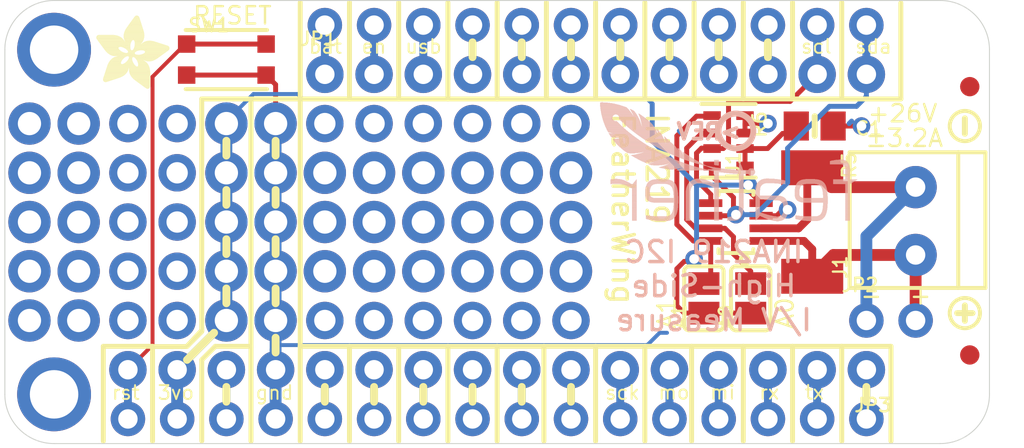
<source format=kicad_pcb>
(kicad_pcb (version 20211014) (generator pcbnew)
  (layers (0 "F.Cu" signal) (31 "B.Cu" signal) (34 "B.Paste" user) (35 "F.Paste" user) (36 "B.SilkS" user "B.Silkscreen") (37 "F.SilkS" user "F.Silkscreen") (38 "B.Mask" user) (39 "F.Mask" user) (44 "Edge.Cuts" user))
  (net 0 "")
  (net 1 "G")
  (net 2 "F")
  (net 3 "B")
  (net 4 "A")
  (net 5 "GND")
  (net 6 "AREF")
  (net 7 "RESET")
  (net 8 "VBAT")
  (net 9 "EN")
  (net 10 "USB")
  (net 11 "J")
  (net 12 "I")
  (net 13 "SCL")
  (net 14 "C")
  (net 15 "D")
  (net 16 "E")
  (net 17 "SCK")
  (net 18 "MOSI")
  (net 19 "MISO")
  (net 20 "RX")
  (net 21 "TX")
  (net 22 "SDA")
  (net 23 "H")
  (net 24 "K")
  (net 25 "L")
  (net 26 "M")
  (net 27 "N")
  (net 28 "N$1")
  (net 29 "N$2")
  (net 30 "VIN+")
  (net 31 "VIN-")
  (net 32 "3.3V")
  (net 33 "N$34")
  (net 34 "N$35")
  (net 35 "N$36")
  (net 36 "N$37")
  (net 37 "N$38")
  (net 38 "N$39")
  (net 39 "N$40")
  (net 40 "N$41")
  (net 41 "N$42")
  (net 42 "N$43")
  (net 43 "N$44")
  (net 44 "N$45")
  (net 45 "N$46")
  (net 46 "N$47")
  (net 47 "N$48")
  (net 48 "N$49")
  (net 49 "N$50")
  (net 50 "N$51")
  (net 51 "N$52")
  (net 52 "N$53")
  (net 53 "N$64")
  (net 54 "N$65")
  (net 55 "N$66")
  (net 56 "N$67")
  (net 57 "N$68")
  (net 58 "N$69")
  (net 59 "N$70")
  (net 60 "N$71")
  (net 61 "N$72")
  (net 62 "N$73")
  (net 63 "N$74")
  (net 64 "N$75")
  (net 65 "N$76")
  (net 66 "N$77")
  (net 67 "N$78")
  (net 68 "N$79")
  (net 69 "N$80")
  (net 70 "N$81")
  (net 71 "N$82")
  (net 72 "N$83")
  (net 73 "N$84")
  (net 74 "N$85")
  (net 75 "N$86")
  (net 76 "N$87")
  (net 77 "N$88")
  (net 78 "N$89")
  (net 79 "N$90")
  (net 80 "N$91")
  (net 81 "N$92")
  (net 82 "N$93")
  (footprint "boardEagle:RESPACK_4X0603" (layer "F.Cu") (at 160.4391 100.8126 -90)
    (fp_text reference "R6" (at -1.6 -1.6 90) (layer "F.SilkS") (effects (font (size 0.692831 0.692831) (thickness 0.119969)) (justify right)))
    (fp_text value "10K")
    (pad "1" smd rect (at -1.3 0.85 270) (size 0.45 0.9) (layers "F.Cu" "F.Paste" "F.Mask") (net 28 "N$1"))
    (pad "2" smd rect (at -0.4 0.85 270) (size 0.45 0.9) (layers "F.Cu" "F.Paste" "F.Mask") (net 29 "N$2"))
    (pad "3" smd rect (at 0.4 0.85 270) (size 0.45 0.9) (layers "F.Cu" "F.Paste" "F.Mask") (net 13 "SCL"))
    (pad "4" smd rect (at 1.3 0.85 270) (size 0.45 0.9) (layers "F.Cu" "F.Paste" "F.Mask") (net 22 "SDA"))
    (pad "5" smd rect (at 1.3 -0.85 270) (size 0.45 0.9) (layers "F.Cu" "F.Paste" "F.Mask") (net 32 "3.3V"))
    (pad "6" smd rect (at 0.4 -0.85 270) (size 0.45 0.9) (layers "F.Cu" "F.Paste" "F.Mask") (net 32 "3.3V"))
    (pad "7" smd rect (at -0.4 -0.85 270) (size 0.45 0.9) (layers "F.Cu" "F.Paste" "F.Mask") (net 5 "GND"))
    (pad "8" smd rect (at -1.3 -0.85 270) (size 0.45 0.9) (layers "F.Cu" "F.Paste" "F.Mask") (net 5 "GND"))
  )
  (footprint "boardEagle:1X16_ROUND_76MIL" (layer "F.Cu") (at 148.5011 112.6236 180)
    (fp_text reference "JP3" (at -20.3962 -1.8288) (layer "F.SilkS") (effects (font (size 0.692831 0.692831) (thickness 0.119969)) (justify right)))
    (fp_text value "")
    (pad "1" thru_hole circle (at -19.05 0 270) (size 1.9304 1.9304) (drill 1) (layers *.Cu *.Mask) (net 1 "G"))
    (pad "2" thru_hole circle (at -16.51 0 270) (size 1.9304 1.9304) (drill 1) (layers *.Cu *.Mask) (net 21 "TX"))
    (pad "3" thru_hole circle (at -13.97 0 270) (size 1.9304 1.9304) (drill 1) (layers *.Cu *.Mask) (net 20 "RX"))
    (pad "4" thru_hole circle (at -11.43 0 270) (size 1.9304 1.9304) (drill 1) (layers *.Cu *.Mask) (net 19 "MISO"))
    (pad "5" thru_hole circle (at -8.89 0 270) (size 1.9304 1.9304) (drill 1) (layers *.Cu *.Mask) (net 18 "MOSI"))
    (pad "6" thru_hole circle (at -6.35 0 270) (size 1.9304 1.9304) (drill 1) (layers *.Cu *.Mask) (net 17 "SCK"))
    (pad "7" thru_hole circle (at -3.81 0 270) (size 1.9304 1.9304) (drill 1) (layers *.Cu *.Mask) (net 2 "F"))
    (pad "8" thru_hole circle (at -1.27 0 270) (size 1.9304 1.9304) (drill 1) (layers *.Cu *.Mask) (net 16 "E"))
    (pad "9" thru_hole circle (at 1.27 0 270) (size 1.9304 1.9304) (drill 1) (layers *.Cu *.Mask) (net 15 "D"))
    (pad "10" thru_hole circle (at 3.81 0 270) (size 1.9304 1.9304) (drill 1) (layers *.Cu *.Mask) (net 14 "C"))
    (pad "11" thru_hole circle (at 6.35 0 270) (size 1.9304 1.9304) (drill 1) (layers *.Cu *.Mask) (net 3 "B"))
    (pad "12" thru_hole circle (at 8.89 0 270) (size 1.9304 1.9304) (drill 1) (layers *.Cu *.Mask) (net 4 "A"))
    (pad "13" thru_hole circle (at 11.43 0 270) (size 1.9304 1.9304) (drill 1) (layers *.Cu *.Mask) (net 5 "GND"))
    (pad "14" thru_hole circle (at 13.97 0 270) (size 1.9304 1.9304) (drill 1) (layers *.Cu *.Mask) (net 6 "AREF"))
    (pad "15" thru_hole circle (at 16.51 0 270) (size 1.9304 1.9304) (drill 1) (layers *.Cu *.Mask) (net 32 "3.3V"))
    (pad "16" thru_hole circle (at 19.05 0 270) (size 1.9304 1.9304) (drill 1) (layers *.Cu *.Mask) (net 7 "RESET"))
  )
  (footprint "boardEagle:SYMBOL_PLUS" (layer "F.Cu") (at 172.6311 109.7026)
    (fp_text reference "U$12" hide)
    (fp_text value "" hide)
  )
  (footprint "boardEagle:FIDUCIAL_1MM" (layer "F.Cu") (at 172.8851 98.0186)
    (fp_text reference "FID2" hide)
    (fp_text value "FIDUCIAL_1MM" hide)
    (pad "1" smd roundrect (at 0 0) (size 1 1) (layers "F.Cu" "F.Mask") (roundrect_rratio 0.5))
  )
  (footprint "boardEagle:FIDUCIAL_1MM" (layer "F.Cu") (at 172.8851 111.8616)
    (fp_text reference "FID1" hide)
    (fp_text value "FIDUCIAL_1MM" hide)
    (pad "1" smd roundrect (at 0 0) (size 1 1) (layers "F.Cu" "F.Mask") (roundrect_rratio 0.5))
  )
  (footprint "boardEagle:TERMBLOCK_1X2-3.5MM" (layer "F.Cu") (at 170.0911 105.0036 90)
    (fp_text reference "J1" (at -3 -3.89 90) (layer "F.SilkS") (effects (font (size 0.692831 0.692831) (thickness 0.119969)) (justify left)))
    (fp_text value "3.5mm")
    (pad "1" thru_hole circle (at 1.8 0 90) (size 2.1844 2.1844) (drill 1) (layers *.Cu *.Mask) (net 31 "VIN-"))
    (pad "2" thru_hole circle (at -1.7 0 90) (size 2.1844 2.1844) (drill 1) (layers *.Cu *.Mask) (net 30 "VIN+"))
  )
  (footprint "boardEagle:SOLDERJUMPER_REFLOW_NOPASTE" (layer "F.Cu") (at 159.1691 108.9406 90)
    (fp_text reference "A1" (at -1.651 -1.27 90) (layer "F.SilkS") (effects (font (size 0.692831 0.692831) (thickness 0.119969)) (justify left)))
    (fp_text value "")
    (pad "1" smd rect (at -0.762 0 90) (size 1.1684 1.6002) (layers "F.Cu" "F.Mask") (net 32 "3.3V"))
    (pad "2" smd rect (at 0.762 0 90) (size 1.1684 1.6002) (layers "F.Cu" "F.Mask") (net 28 "N$1"))
  )
  (footprint "boardEagle:0805-NO@1" (layer "F.Cu") (at 164.8841 100.0506)
    (fp_text reference "C1" (at 2.032 0.127) (layer "F.SilkS") (effects (font (size 0.692831 0.692831) (thickness 0.119969)) (justify left)))
    (fp_text value "1uF")
    (pad "1" smd rect (at -0.95 0) (size 1.3 1.5) (layers "F.Cu" "F.Paste" "F.Mask") (net 32 "3.3V"))
    (pad "2" smd rect (at 0.95 0) (size 1.3 1.5) (layers "F.Cu" "F.Paste" "F.Mask") (net 5 "GND"))
  )
  (footprint "boardEagle:SOT23-8" (layer "F.Cu") (at 160.8201 105.0036 90)
    (fp_text reference "U1" (at 2.151 -0.127 90) (layer "F.SilkS") (effects (font (size 0.692831 0.692831) (thickness 0.119969)) (justify left)))
    (fp_text value "INA219BIDCNT")
    (pad "1" smd rect (at -0.975 1.3 90) (size 0.4 1.2) (layers "F.Cu" "F.Paste" "F.Mask") (net 30 "VIN+"))
    (pad "2" smd rect (at -0.325 1.3 90) (size 0.4 1.2) (layers "F.Cu" "F.Paste" "F.Mask") (net 31 "VIN-"))
    (pad "3" smd rect (at 0.325 1.3 90) (size 0.4 1.2) (layers "F.Cu" "F.Paste" "F.Mask") (net 5 "GND"))
    (pad "4" smd rect (at 0.975 1.3 90) (size 0.4 1.2) (layers "F.Cu" "F.Paste" "F.Mask") (net 32 "3.3V"))
    (pad "5" smd rect (at 0.975 -1.3 90) (size 0.4 1.2) (layers "F.Cu" "F.Paste" "F.Mask") (net 13 "SCL"))
    (pad "6" smd rect (at 0.325 -1.3 90) (size 0.4 1.2) (layers "F.Cu" "F.Paste" "F.Mask") (net 22 "SDA"))
    (pad "7" smd rect (at -0.325 -1.3 90) (size 0.4 1.2) (layers "F.Cu" "F.Paste" "F.Mask") (net 29 "N$2"))
    (pad "8" smd rect (at -0.975 -1.3 90) (size 0.4 1.2) (layers "F.Cu" "F.Paste" "F.Mask") (net 28 "N$1"))
  )
  (footprint "boardEagle:ADAFRUIT_3.5MM" (layer "F.Cu") (at 127.8001 98.1456)
    (fp_text reference "U$16" hide)
    (fp_text value "" hide)
  )
  (footprint "boardEagle:SOLDERJUMPER_REFLOW_NOPASTE" (layer "F.Cu") (at 161.5821 108.9406 90)
    (fp_text reference "A0" (at -1.651 -1.27 90) (layer "F.SilkS") (effects (font (size 0.692831 0.692831) (thickness 0.119969)) (justify left)))
    (fp_text value "")
    (pad "1" smd rect (at -0.762 0 90) (size 1.1684 1.6002) (layers "F.Cu" "F.Mask") (net 32 "3.3V"))
    (pad "2" smd rect (at 0.762 0 90) (size 1.1684 1.6002) (layers "F.Cu" "F.Mask") (net 29 "N$2"))
  )
  (footprint "boardEagle:FEATHERWING" (layer "F.Cu") (at 123.1011 116.4336)
    (fp_text reference "MS1" hide)
    (fp_text value "FEATHERWING" hide)
    (fp_line (start 0 -20.32) (end 0 -2.54) (layer "Edge.Cuts") (width 0.05))
    (fp_line (start 2.54 0) (end 48.26 0) (layer "Edge.Cuts") (width 0.05))
    (fp_line (start 48.26 -22.86) (end 2.54 -22.86) (layer "Edge.Cuts") (width 0.05))
    (fp_line (start 50.8 -2.54) (end 50.8 -20.32) (layer "Edge.Cuts") (width 0.05))
    (fp_arc (start 50.8 -2.54) (mid 50.056051 -0.743949) (end 48.26 0) (layer "Edge.Cuts") (width 0.05))
    (fp_arc (start 2.54 0) (mid 0.743949 -0.743949) (end 0 -2.54) (layer "Edge.Cuts") (width 0.05))
    (fp_arc (start 0 -20.32) (mid 0.743949 -22.116051) (end 2.54 -22.86) (layer "Edge.Cuts") (width 0.05))
    (fp_arc (start 48.26 -22.86) (mid 50.056051 -22.116051) (end 50.8 -20.32) (layer "Edge.Cuts") (width 0.05))
    (pad "" np_thru_hole circle (at 48.26 -20.32) (size 2.54 2.54) (drill 2.54) (layers *.Cu *.Mask))
    (pad "" np_thru_hole circle (at 48.26 -2.54) (size 2.54 2.54) (drill 2.54) (layers *.Cu *.Mask))
    (pad "1" thru_hole circle (at 6.35 -1.27) (size 1.778 1.778) (drill 1) (layers *.Cu *.Mask) (net 7 "RESET"))
    (pad "2" thru_hole circle (at 8.89 -1.27) (size 1.778 1.778) (drill 1) (layers *.Cu *.Mask) (net 32 "3.3V"))
    (pad "3" thru_hole circle (at 11.43 -1.27) (size 1.778 1.778) (drill 1) (layers *.Cu *.Mask) (net 6 "AREF"))
    (pad "4" thru_hole circle (at 13.97 -1.27) (size 1.778 1.778) (drill 1) (layers *.Cu *.Mask) (net 5 "GND"))
    (pad "5" thru_hole circle (at 16.51 -1.27) (size 1.778 1.778) (drill 1) (layers *.Cu *.Mask) (net 4 "A"))
    (pad "6" thru_hole circle (at 19.05 -1.27) (size 1.778 1.778) (drill 1) (layers *.Cu *.Mask) (net 3 "B"))
    (pad "7" thru_hole circle (at 21.59 -1.27) (size 1.778 1.778) (drill 1) (layers *.Cu *.Mask) (net 14 "C"))
    (pad "8" thru_hole circle (at 24.13 -1.27) (size 1.778 1.778) (drill 1) (layers *.Cu *.Mask) (net 15 "D"))
    (pad "9" thru_hole circle (at 26.67 -1.27) (size 1.778 1.778) (drill 1) (layers *.Cu *.Mask) (net 16 "E"))
    (pad "10" thru_hole circle (at 29.21 -1.27) (size 1.778 1.778) (drill 1) (layers *.Cu *.Mask) (net 2 "F"))
    (pad "11" thru_hole circle (at 31.75 -1.27) (size 1.778 1.778) (drill 1) (layers *.Cu *.Mask) (net 17 "SCK"))
    (pad "12" thru_hole circle (at 34.29 -1.27) (size 1.778 1.778) (drill 1) (layers *.Cu *.Mask) (net 18 "MOSI"))
    (pad "13" thru_hole circle (at 36.83 -1.27) (size 1.778 1.778) (drill 1) (layers *.Cu *.Mask) (net 19 "MISO"))
    (pad "14" thru_hole circle (at 39.37 -1.27) (size 1.778 1.778) (drill 1) (layers *.Cu *.Mask) (net 20 "RX"))
    (pad "15" thru_hole circle (at 41.91 -1.27) (size 1.778 1.778) (drill 1) (layers *.Cu *.Mask) (net 21 "TX"))
    (pad "16" thru_hole circle (at 44.45 -1.27) (size 1.778 1.778) (drill 1) (layers *.Cu *.Mask) (net 1 "G"))
    (pad "17" thru_hole circle (at 44.45 -21.59) (size 1.778 1.778) (drill 1) (layers *.Cu *.Mask) (net 22 "SDA"))
    (pad "18" thru_hole circle (at 41.91 -21.59) (size 1.778 1.778) (drill 1) (layers *.Cu *.Mask) (net 13 "SCL"))
    (pad "19" thru_hole circle (at 39.37 -21.59) (size 1.778 1.778) (drill 1) (layers *.Cu *.Mask) (net 23 "H"))
    (pad "20" thru_hole circle (at 36.83 -21.59) (size 1.778 1.778) (drill 1) (layers *.Cu *.Mask) (net 12 "I"))
    (pad "21" thru_hole circle (at 34.29 -21.59) (size 1.778 1.778) (drill 1) (layers *.Cu *.Mask) (net 11 "J"))
    (pad "22" thru_hole circle (at 31.75 -21.59) (size 1.778 1.778) (drill 1) (layers *.Cu *.Mask) (net 24 "K"))
    (pad "23" thru_hole circle (at 29.21 -21.59) (size 1.778 1.778) (drill 1) (layers *.Cu *.Mask) (net 25 "L"))
    (pad "24" thru_hole circle (at 26.67 -21.59) (size 1.778 1.778) (drill 1) (layers *.Cu *.Mask) (net 26 "M"))
    (pad "25" thru_hole circle (at 24.13 -21.59) (size 1.778 1.778) (drill 1) (layers *.Cu *.Mask) (net 27 "N"))
    (pad "26" thru_hole circle (at 21.59 -21.59) (size 1.778 1.778) (drill 1) (layers *.Cu *.Mask) (net 10 "USB"))
    (pad "27" thru_hole circle (at 19.05 -21.59) (size 1.778 1.778) (drill 1) (layers *.Cu *.Mask) (net 9 "EN"))
    (pad "28" thru_hole circle (at 16.51 -21.59) (size 1.778 1.778) (drill 1) (layers *.Cu *.Mask) (net 8 "VBAT"))
    (pad "P$1" thru_hole circle (at 2.54 -20.32) (size 3.81 3.81) (drill 2.5) (layers *.Cu *.Mask))
    (pad "P$2" thru_hole circle (at 2.54 -2.54) (size 3.81 3.81) (drill 2.5) (layers *.Cu *.Mask))
  )
  (footprint "boardEagle:1X02_ROUND" (layer "F.Cu") (at 168.8211 110.0836)
    (fp_text reference "JP2" (at -2.6162 -1.8288) (layer "F.SilkS") (effects (font (size 0.692831 0.692831) (thickness 0.119969)) (justify left)))
    (fp_text value "")
    (pad "1" thru_hole circle (at -1.27 0 90) (size 1.778 1.778) (drill 1) (layers *.Cu *.Mask) (net 31 "VIN-"))
    (pad "2" thru_hole circle (at 1.27 0 90) (size 1.778 1.778) (drill 1) (layers *.Cu *.Mask) (net 30 "VIN+"))
  )
  (footprint "boardEagle:SYMBOL_MINUS" (layer "F.Cu") (at 172.6311 100.0506 90)
    (fp_text reference "U$13" hide)
    (fp_text value "" hide)
  )
  (footprint "boardEagle:2512" (layer "F.Cu") (at 164.7571 105.0036 -90)
    (fp_text reference "R5" (at -3.683 -1.905 90) (layer "F.SilkS") (effects (font (size 0.692831 0.692831) (thickness 0.119969)) (justify right)))
    (fp_text value "0.1/1% (PT2512FK-070R1L)")
    (pad "1" smd rect (at -2.8 0 270) (size 1.8 3.2) (layers "F.Cu" "F.Paste" "F.Mask") (net 31 "VIN-"))
    (pad "2" smd rect (at 2.8 0 270) (size 1.8 3.2) (layers "F.Cu" "F.Paste" "F.Mask") (net 30 "VIN+"))
  )
  (footprint "boardEagle:1X12_ROUND_76MIL" (layer "F.Cu") (at 153.5811 97.3836)
    (fp_text reference "JP1" (at -15.3162 -1.8288) (layer "F.SilkS") (effects (font (size 0.692831 0.692831) (thickness 0.119969)) (justify left)))
    (fp_text value "")
    (pad "1" thru_hole circle (at -13.97 0 90) (size 1.9304 1.9304) (drill 1) (layers *.Cu *.Mask) (net 8 "VBAT"))
    (pad "2" thru_hole circle (at -11.43 0 90) (size 1.9304 1.9304) (drill 1) (layers *.Cu *.Mask) (net 9 "EN"))
    (pad "3" thru_hole circle (at -8.89 0 90) (size 1.9304 1.9304) (drill 1) (layers *.Cu *.Mask) (net 10 "USB"))
    (pad "4" thru_hole circle (at -6.35 0 90) (size 1.9304 1.9304) (drill 1) (layers *.Cu *.Mask) (net 27 "N"))
    (pad "5" thru_hole circle (at -3.81 0 90) (size 1.9304 1.9304) (drill 1) (layers *.Cu *.Mask) (net 26 "M"))
    (pad "6" thru_hole circle (at -1.27 0 90) (size 1.9304 1.9304) (drill 1) (layers *.Cu *.Mask) (net 25 "L"))
    (pad "7" thru_hole circle (at 1.27 0 90) (size 1.9304 1.9304) (drill 1) (layers *.Cu *.Mask) (net 24 "K"))
    (pad "8" thru_hole circle (at 3.81 0 90) (size 1.9304 1.9304) (drill 1) (layers *.Cu *.Mask) (net 11 "J"))
    (pad "9" thru_hole circle (at 6.35 0 90) (size 1.9304 1.9304) (drill 1) (layers *.Cu *.Mask) (net 12 "I"))
    (pad "10" thru_hole circle (at 8.89 0 90) (size 1.9304 1.9304) (drill 1) (layers *.Cu *.Mask) (net 23 "H"))
    (pad "11" thru_hole circle (at 11.43 0 90) (size 1.9304 1.9304) (drill 1) (layers *.Cu *.Mask) (net 13 "SCL"))
    (pad "12" thru_hole circle (at 13.97 0 90) (size 1.9304 1.9304) (drill 1) (layers *.Cu *.Mask) (net 22 "SDA"))
  )
  (footprint "boardEagle:BTN_KMR2_4.6X2.8" (layer "F.Cu") (at 134.5311 96.6216)
    (fp_text reference "SW1" (at -2.032 -1.778) (layer "F.SilkS") (effects (font (size 0.692831 0.692831) (thickness 0.119969)) (justify left)))
    (fp_text value "KMR2")
    (pad "A" smd rect (at 2.05 -0.8) (size 0.9 0.9) (layers "F.Cu" "F.Paste" "F.Mask") (net 7 "RESET"))
    (pad "A'" smd rect (at -2.05 -0.8) (size 0.9 0.9) (layers "F.Cu" "F.Paste" "F.Mask") (net 7 "RESET"))
    (pad "B" smd rect (at 2.05 0.8) (size 0.9 0.9) (layers "F.Cu" "F.Paste" "F.Mask") (net 5 "GND"))
    (pad "B'" smd rect (at -2.05 0.8) (size 0.9 0.9) (layers "F.Cu" "F.Paste" "F.Mask") (net 5 "GND"))
  )
  (footprint "boardEagle:PCBFEAT-REV-040" (layer "B.Cu") (at 160.8201 100.3046 180)
    (fp_text reference "U$17" hide)
    (fp_text value "" hide)
    (fp_text user ">REV" (at -0.3556 -0.508) (layer "B.SilkS") (effects (font (size 0.8128 0.8128) (thickness 0.2032)) (justify left bottom mirror)))
  )
  (footprint "boardEagle:FEATHERLOGO_SMALL" (layer "B.Cu") (at 167.1701 105.0036 180)
    (fp_text reference "U$15" hide)
    (fp_text value "" hide)
  )
  (gr_line (start 137.0711 103.3526) (end 137.0711 104.1146) (layer "F.SilkS") (width 0.4064))
  (gr_line (start 143.4211 98.6536) (end 145.9611 98.6536) (layer "F.SilkS") (width 0.254))
  (gr_line (start 148.5011 111.4171) (end 148.5011 116.3066) (layer "F.SilkS") (width 0.254))
  (gr_line (start 132.4991 112.1156) (end 133.8961 110.7186) (layer "F.SilkS") (width 0.4064))
  (gr_line (start 130.6957 111.4298) (end 132.4737 111.4298) (layer "F.SilkS") (width 0.254))
  (gr_line (start 145.9611 98.6536) (end 145.9611 93.6752) (layer "F.SilkS") (width 0.254))
  (gr_line (start 134.5311 103.3526) (end 134.5311 104.1146) (layer "F.SilkS") (width 0.4064))
  (gr_line (start 135.8011 116.3066) (end 135.8011 111.4171) (layer "F.SilkS") (width 0.254))
  (gr_line (start 169.3291 98.6536) (end 169.3291 93.7006) (layer "F.SilkS") (width 0.254))
  (gr_line (start 133.2611 110.5916) (end 133.2611 98.6536) (layer "F.SilkS") (width 0.254))
  (gr_line (start 156.1211 111.4171) (end 153.5811 111.4171) (layer "F.SilkS") (width 0.254))
  (gr_line (start 137.0711 110.9726) (end 137.0711 111.7346) (layer "F.SilkS") (width 0.4064))
  (gr_line (start 134.5311 113.5126) (end 134.5311 114.2746) (layer "F.SilkS") (width 0.4064))
  (gr_line (start 161.2011 111.4171) (end 163.7411 111.4171) (layer "F.SilkS") (width 0.254))
  (gr_line (start 158.5341 111.4171) (end 158.5341 116.3066) (layer "F.SilkS") (width 0.254))
  (gr_line (start 158.6611 98.6536) (end 161.2011 98.6536) (layer "F.SilkS") (width 0.254))
  (gr_line (start 151.0411 98.6536) (end 156.1211 98.6536) (layer "F.SilkS") (width 0.254))
  (gr_line (start 148.5011 98.6536) (end 148.5011 93.6752) (layer "F.SilkS") (width 0.254))
  (gr_line (start 138.3411 98.6536) (end 138.3411 93.6752) (layer "F.SilkS") (width 0.254))
  (gr_line (start 163.7411 111.4171) (end 163.7411 116.3066) (layer "F.SilkS") (width 0.254))
  (gr_line (start 133.9596 111.4171) (end 133.2611 112.1156) (layer "F.SilkS") (width 0.254))
  (gr_line (start 153.5811 111.4171) (end 150.9141 111.4171) (layer "F.SilkS") (width 0.254))
  (gr_line (start 133.2611 112.1156) (end 133.2611 116.2939) (layer "F.SilkS") (width 0.254))
  (gr_line (start 153.5811 98.5266) (end 153.5811 93.6752) (layer "F.SilkS") (width 0.254))
  (gr_line (start 149.7711 95.7326) (end 149.7711 96.4946) (layer "F.SilkS") (width 0.4064))
  (gr_line (start 140.8811 98.6536) (end 143.4211 98.6536) (layer "F.SilkS") (width 0.254))
  (gr_line (start 134.5311 100.8126) (end 134.5311 101.5746) (layer "F.SilkS") (width 0.4064))
  (gr_line (start 161.2011 98.6536) (end 163.7411 98.6536) (layer "F.SilkS") (width 0.254))
  (gr_line (start 150.9141 111.4171) (end 148.5011 111.4171) (layer "F.SilkS") (width 0.254))
  (gr_line (start 140.8811 111.4171) (end 138.3411 111.4171) (layer "F.SilkS") (width 0.254))
  (gr_line (start 167.5511 113.5126) (end 167.5511 114.2746) (layer "F.SilkS") (width 0.4064))
  (gr_line (start 137.0711 105.8926) (end 137.0711 106.6546) (layer "F.SilkS") (width 0.4064))
  (gr_line (start 137.0711 100.8126) (end 137.0711 101.5746) (layer "F.SilkS") (width 0.4064))
  (gr_line (start 158.6611 93.6752) (end 158.6611 98.6536) (layer "F.SilkS") (width 0.254))
  (gr_line (start 147.2311 113.5126) (end 147.2311 114.2746) (layer "F.SilkS") (width 0.4064))
  (gr_line (start 138.3411 116.3066) (end 138.3411 111.4171) (layer "F.SilkS") (width 0.254))
  (gr_line (start 143.4211 111.5441) (end 143.4211 116.3066) (layer "F.SilkS") (width 0.254))
  (gr_line (start 138.3411 98.6536) (end 140.8811 98.6536) (layer "F.SilkS") (width 0.254))
  (gr_line (start 151.0411 93.6752) (end 151.0411 98.6536) (layer "F.SilkS") (width 0.254))
  (gr_line (start 148.5011 98.6536) (end 151.0411 98.6536) (layer "F.SilkS") (width 0.254))
  (gr_line (start 159.9311 95.7326) (end 159.9311 96.4946) (layer "F.SilkS") (width 0.4064))
  (gr_line (start 137.0711 108.4326) (end 137.0711 109.1946) (layer "F.SilkS") (width 0.4064))
  (gr_line (start 157.3911 95.7326) (end 157.3911 96.4946) (layer "F.SilkS") (width 0.4064))
  (gr_line (start 144.6911 113.5126) (end 144.6911 114.2746) (layer "F.SilkS") (width 0.4064))
  (gr_line (start 133.2611 98.6536) (end 135.8011 98.6536) (layer "F.SilkS") (width 0.254))
  (gr_line (start 145.9611 98.6536) (end 148.5011 98.6536) (layer "F.SilkS") (width 0.254))
  (gr_line (start 143.4211 93.6752) (end 143.4211 98.6536) (layer "F.SilkS") (width 0.254))
  (gr_line (start 142.1511 113.5126) (end 142.1511 114.2746) (layer "F.SilkS") (width 0.4064))
  (gr_line (start 140.8811 93.6752) (end 140.8811 98.6536) (layer "F.SilkS") (width 0.254))
  (gr_line (start 166.2811 93.6752) (end 166.2811 98.6536) (layer "F.SilkS") (width 0.254))
  (gr_line (start 163.7411 98.6536) (end 166.2811 98.6536) (layer "F.SilkS") (width 0.254))
  (gr_line (start 156.1211 116.3066) (end 156.1211 111.4171) (layer "F.SilkS") (width 0.254))
  (gr_line (start 152.3111 95.7326) (end 152.3111 96.4946) (layer "F.SilkS") (width 0.4064))
  (gr_line (start 163.7411 111.4171) (end 166.2811 111.4171) (layer "F.SilkS") (width 0.254))
  (gr_line (start 135.8011 98.6536) (end 138.3411 98.6536) (layer "F.SilkS") (width 0.254))
  (gr_line (start 166.2811 111.4171) (end 168.8211 111.4171) (layer "F.SilkS") (width 0.254))
  (gr_line (start 135.8011 98.6536) (end 135.8011 111.4171) (layer "F.SilkS") (width 0.254))
  (gr_line (start 161.2011 93.6752) (end 161.2011 98.6536) (layer "F.SilkS") (width 0.254))
  (gr_line (start 148.5011 111.4171) (end 145.9611 111.4171) (layer "F.SilkS") (width 0.254))
  (gr_line (start 147.2311 95.7326) (end 147.2311 96.4946) (layer "F.SilkS") (width 0.4064))
  (gr_line (start 158.5341 111.4171) (end 161.2011 111.4171) (layer "F.SilkS") (width 0.254))
  (gr_line (start 152.3111 113.5126) (end 152.3111 114.2746) (layer "F.SilkS") (width 0.4064))
  (gr_line (start 134.5311 105.8926) (end 134.5311 106.6546) (layer "F.SilkS") (width 0.4064))
  (gr_line (start 138.3411 111.4171) (end 138.3411 98.6536) (layer "F.SilkS") (width 0.254))
  (gr_line (start 150.9141 111.4171) (end 150.9141 116.3066) (layer "F.SilkS") (width 0.254))
  (gr_line (start 128.1811 111.4171) (end 128.1811 116.3066) (layer "F.SilkS") (width 0.254))
  (gr_line (start 168.8211 111.4171) (end 168.8211 116.3066) (layer "F.SilkS") (width 0.254))
  (gr_line (start 135.8011 111.4171) (end 133.9596 111.4171) (layer "F.SilkS") (width 0.254))
  (gr_line (start 145.9611 116.3066) (end 145.9611 111.4171) (layer "F.SilkS") (width 0.254))
  (gr_line (start 130.7211 116.3066) (end 130.7211 111.4171) (layer "F.SilkS") (width 0.254))
  (gr_line (start 133.2611 110.5916) (end 132.4991 111.4171) (layer "F.SilkS") (width 0.254))
  (gr_line (start 156.1211 93.6752) (end 156.1211 98.6536) (layer "F.SilkS") (width 0.254))
  (gr_line (start 166.2811 98.6536) (end 169.3291 98.6536) (layer "F.SilkS") (width 0.254))
  (gr_line (start 139.6111 113.5126) (end 139.6111 114.2746) (layer "F.SilkS") (width 0.4064))
  (gr_line (start 163.7411 93.6752) (end 163.7411 98.6536) (layer "F.SilkS") (width 0.254))
  (gr_line (start 166.2811 111.4171) (end 166.2811 116.3066) (layer "F.SilkS") (width 0.254))
  (gr_line (start 130.7211 111.4171) (end 128.1811 111.4171) (layer "F.SilkS") (width 0.254))
  (gr_line (start 149.7711 113.5126) (end 149.7711 114.2746) (layer "F.SilkS") (width 0.4064))
  (gr_line (start 134.5311 108.4326) (end 134.5311 109.1946) (layer "F.SilkS") (width 0.4064))
  (gr_line (start 133.2611 110.6551) (end 132.4991 111.4171) (layer "F.SilkS") (width 0.254))
  (gr_line (start 156.1211 98.6536) (end 158.6611 98.6536) (layer "F.SilkS") (width 0.254))
  (gr_line (start 140.8811 116.3066) (end 140.8811 111.4171) (layer "F.SilkS") (width 0.254))
  (gr_line (start 158.5341 111.4171) (end 156.1211 111.4171) (layer "F.SilkS") (width 0.254))
  (gr_line (start 153.5811 116.3066) (end 153.5811 111.4171) (layer "F.SilkS") (width 0.254))
  (gr_line (start 162.4711 95.7326) (end 162.4711 96.4946) (layer "F.SilkS") (width 0.4064))
  (gr_line (start 145.9611 111.4171) (end 140.8811 111.4171) (layer "F.SilkS") (width 0.254))
  (gr_line (start 161.2011 111.4171) (end 161.2011 116.3066) (layer "F.SilkS") (width 0.254))
  (gr_line (start 154.8511 95.7326) (end 154.8511 96.4946) (layer "F.SilkS") (width 0.4064))
  (gr_text "INA219 I2C\nHigh-Side\nI/V Measure" (at 159.6771 108.3056) (layer "B.SilkS") (effects (font (size 1.0922 1.0922) (thickness 0.1778)) (justify mirror)))
  (gr_text "usb" (at 143.7005 96.3676) (layer "F.SilkS") (effects (font (size 0.715264 0.715264) (thickness 0.097536)) (justify left bottom)))
  (gr_text "±3.2A" (at 167.4241 101.1936) (layer "F.SilkS") (effects (font (size 0.89408 0.89408) (thickness 0.12192)) (justify left bottom)))
  (gr_text "scl" (at 164.1221 96.3676) (layer "F.SilkS") (effects (font (size 0.715264 0.715264) (thickness 0.097536)) (justify left bottom)))
  (gr_text "-" (at 167.1701 109.3216) (layer "F.SilkS") (effects (font (size 0.89408 0.89408) (thickness 0.12192)) (justify left bottom)))
  (gr_text "rst" (at 128.5621 114.2238) (layer "F.SilkS") (effects (font (size 0.715264 0.715264) (thickness 0.097536)) (justify left bottom)))
  (gr_text "INA219\nFeatherWing" (at 154.3431 99.2886 270) (layer "F.SilkS") (effects (font (size 1.0922 1.0922) (thickness 0.1778)) (justify left bottom)))
  (gr_text "sda" (at 166.9161 96.3676) (layer "F.SilkS") (effects (font (size 0.715264 0.715264) (thickness 0.097536)) (justify left bottom)))
  (gr_text "A1" (at 157.7721 110.5916 90) (layer "F.SilkS") (effects (font (size 0.89408 0.89408) (thickness 0.12192)) (justify left bottom)))
  (gr_text "en" (at 141.4526 96.3676) (layer "F.SilkS") (effects (font (size 0.715264 0.715264) (thickness 0.097536)) (justify left bottom)))
  (gr_text "gnd" (at 135.9789 114.2238) (layer "F.SilkS") (effects (font (size 0.715264 0.715264) (thickness 0.097536)) (justify left bottom)))
  (gr_text "rx" (at 161.9631 114.2111) (layer "F.SilkS") (effects (font (size 0.715264 0.715264) (thickness 0.097536)) (justify left bottom)))
  (gr_text "tx" (at 164.3126 114.2111) (layer "F.SilkS") (effects (font (size 0.715264 0.715264) (thickness 0.097536)) (justify left bottom)))
  (gr_text "A0" (at 163.8681 110.5916 90) (layer "F.SilkS") (effects (font (size 0.89408 0.89408) (thickness 0.12192)) (justify left bottom)))
  (gr_text "+" (at 169.7101 109.3216) (layer "F.SilkS") (effects (font (size 0.89408 0.89408) (thickness 0.12192)) (justify left bottom)))
  (gr_text "sck" (at 154.0129 114.2238) (layer "F.SilkS") (effects (font (size 0.715264 0.715264) (thickness 0.097536)) (justify left bottom)))
  (gr_text "bat" (at 138.7221 96.3676) (layer "F.SilkS") (effects (font (size 0.715264 0.715264) (thickness 0.097536)) (justify left bottom)))
  (gr_text "3vo" (at 130.9243 114.2238) (layer "F.SilkS") (effects (font (size 0.715264 0.715264) (thickness 0.097536)) (justify left bottom)))
  (gr_text "mi" (at 159.4231 114.2111) (layer "F.SilkS") (effects (font (size 0.715264 0.715264) (thickness 0.097536)) (justify left bottom)))
  (gr_text "RESET" (at 136.9441 93.8276) (layer "F.SilkS") (effects (font (size 0.89408 0.89408) (thickness 0.12192)) (justify right top)))
  (gr_text "+26V" (at 167.5511 99.9236) (layer "F.SilkS") (effects (font (size 0.89408 0.89408) (thickness 0.12192)) (justify left bottom)))
  (gr_text "mo" (at 156.7561 114.2111) (layer "F.SilkS") (effects (font (size 0.715264 0.715264) (thickness 0.097536)) (justify left bottom)))
  (segment (start 167.5511 115.1636) (end 167.5511 112.6236) (width 0.4064) (layer "B.Cu") (net 1))
  (segment (start 152.3111 115.1636) (end 152.3111 112.6236) (width 0.4064) (layer "B.Cu") (net 2))
  (segment (start 142.1511 115.1636) (end 142.1511 112.6236) (width 0.4064) (layer "B.Cu") (net 3))
  (segment (start 139.6111 112.6236) (end 139.6111 115.1636) (width 0.4064) (layer "B.Cu") (net 4))
  (segment (start 136.5811 97.4216) (end 137.0711 97.9116) (width 0.254) (layer "F.Cu") (net 5))
  (segment (start 161.2891 99.965047) (end 161.330546 99.9236) (width 0.254) (layer "F.Cu") (net 5))
  (segment (start 162.9231 104.6786) (end 163.3601 104.2416) (width 0.254) (layer "F.Cu") (net 5))
  (segment (start 165.8341 100.0506) (end 167.2971 100.0506) (width 0.254) (layer "F.Cu") (net 5))
  (segment (start 161.2891 99.965047) (end 161.2891 100.4126) (width 0.254) (layer "F.Cu") (net 5))
  (segment (start 132.4811 97.4216) (end 136.5811 97.4216) (width 0.254) (layer "F.Cu") (net 5))
  (segment (start 162.1201 104.6786) (end 162.9231 104.6786) (width 0.254) (layer "F.Cu") (net 5))
  (segment (start 163.3601 104.2416) (end 163.4871 104.3686) (width 0.254) (layer "F.Cu") (net 5))
  (segment (start 161.330546 99.9236) (end 162.4711 99.9236) (width 0.254) (layer "F.Cu") (net 5))
  (segment (start 137.0711 97.9116) (end 137.0711 99.9236) (width 0.254) (layer "F.Cu") (net 5))
  (segment (start 161.2891 99.5126) (end 161.2891 99.965047) (width 0.254) (layer "F.Cu") (net 5))
  (via (at 163.4871 104.3686) (size 0.9064) (drill 0.5) (layers "F.Cu" "B.Cu") (net 5))
  (via (at 137.0711 105.0036) (size 2.1844) (drill 1.2) (layers "F.Cu" "B.Cu") (net 5))
  (via (at 137.0711 99.9236) (size 2.1844) (drill 1.2) (layers "F.Cu" "B.Cu") (net 5))
  (via (at 137.0711 102.4636) (size 2.1844) (drill 1.2) (layers "F.Cu" "B.Cu") (net 5))
  (via (at 137.0711 110.0836) (size 2.1844) (drill 1.2) (layers "F.Cu" "B.Cu") (net 5))
  (via (at 167.2971 100.0506) (size 0.9064) (drill 0.5) (layers "F.Cu" "B.Cu") (net 5))
  (via (at 137.0711 107.5436) (size 2.1844) (drill 1.2) (layers "F.Cu" "B.Cu") (net 5))
  (via (at 162.4711 99.9236) (size 0.9064) (drill 0.5) (layers "F.Cu" "B.Cu") (net 5))
  (segment (start 137.0711 112.6236) (end 137.0711 115.1636) (width 0.6096) (layer "B.Cu") (net 5))
  (segment (start 137.0711 102.4636) (end 137.0711 99.9236) (width 0.6096) (layer "B.Cu") (net 5))
  (segment (start 137.3251 111.3536) (end 156.2481 111.3536) (width 0.2032) (layer "B.Cu") (net 5))
  (segment (start 137.0711 112.6236) (end 137.0711 111.6076) (width 0.6096) (layer "B.Cu") (net 5))
  (segment (start 137.0711 110.0836) (end 137.0711 107.5436) (width 0.6096) (layer "B.Cu") (net 5))
  (segment (start 166.6621 99.9236) (end 166.7891 99.7966) (width 0.254) (layer "B.Cu") (net 5))
  (segment (start 156.8831 110.7186) (end 157.2641 110.7186) (width 0.2032) (layer "B.Cu") (net 5))
  (segment (start 137.0711 111.6076) (end 137.3251 111.3536) (width 0.2032) (layer "B.Cu") (net 5))
  (segment (start 137.0711 105.0036) (end 137.0711 102.4636) (width 0.6096) (layer "B.Cu") (net 5))
  (segment (start 137.0711 107.5436) (end 137.0711 105.0036) (width 0.6096) (layer "B.Cu") (net 5))
  (segment (start 156.2481 111.3536) (end 156.8831 110.7186) (width 0.2032) (layer "B.Cu") (net 5))
  (segment (start 162.4711 99.9236) (end 162.4711 100.1776) (width 0.254) (layer "B.Cu") (net 5))
  (segment (start 137.0711 111.6076) (end 137.0711 110.0836) (width 0.6096) (layer "B.Cu") (net 5))
  (segment (start 157.8991 100.3046) (end 158.1531 100.5586) (width 0.254) (layer "B.Cu") (net 5))
  (segment (start 134.5311 112.6236) (end 134.5311 115.1636) (width 0.4064) (layer "B.Cu") (net 6))
  (segment (start 132.4811 95.8216) (end 136.5811 95.8216) (width 0.254) (layer "F.Cu") (net 7))
  (segment (start 130.7211 97.5106) (end 132.4101 95.8216) (width 0.2032) (layer "F.Cu") (net 7))
  (segment (start 129.4511 112.6236) (end 130.7211 111.3536) (width 0.2032) (layer "F.Cu") (net 7))
  (segment (start 130.7211 111.3536) (end 130.7211 97.5106) (width 0.2032) (layer "F.Cu") (net 7))
  (segment (start 132.4101 95.8216) (end 132.4811 95.8216) (width 0.2032) (layer "F.Cu") (net 7))
  (segment (start 129.4511 112.6236) (end 129.4511 115.1636) (width 0.4064) (layer "B.Cu") (net 7))
  (segment (start 139.6111 94.8436) (end 139.6111 97.3836) (width 0.4064) (layer "B.Cu") (net 8))
  (segment (start 142.1511 97.3836) (end 142.1511 94.8436) (width 0.4064) (layer "B.Cu") (net 9))
  (segment (start 144.6911 94.8436) (end 144.6911 97.3836) (width 0.4064) (layer "B.Cu") (net 10))
  (segment (start 157.3911 97.3836) (end 157.3911 94.8436) (width 0.4064) (layer "B.Cu") (net 11))
  (segment (start 159.9311 94.8436) (end 159.9311 97.3836) (width 0.4064) (layer "B.Cu") (net 12))
  (segment (start 160.4391 100.9396) (end 160.1661 101.2126) (width 0.254) (layer "F.Cu") (net 13))
  (segment (start 158.7881 101.4476) (end 159.0421 101.1936) (width 0.254) (layer "F.Cu") (net 13))
  (segment (start 158.7881 102.8446) (end 158.7881 101.4476) (width 0.254) (layer "F.Cu") (net 13))
  (segment (start 159.5701 101.1936) (end 159.5891 101.2126) (width 0.254) (layer "F.Cu") (net 13))
  (segment (start 159.5201 103.5766) (end 158.7881 102.8446) (width 0.254) (layer "F.Cu") (net 13))
  (segment (start 160.4391 98.7806) (end 160.4391 100.9396) (width 0.254) (layer "F.Cu") (net 13))
  (segment (start 160.4391 98.7806) (end 163.6141 98.7806) (width 0.254) (layer "F.Cu") (net 13))
  (segment (start 159.0421 101.1936) (end 159.5701 101.1936) (width 0.254) (layer "F.Cu") (net 13))
  (segment (start 160.1661 101.2126) (end 159.5891 101.2126) (width 0.254) (layer "F.Cu") (net 13))
  (segment (start 163.6141 98.7806) (end 165.0111 97.3836) (width 0.254) (layer "F.Cu") (net 13))
  (segment (start 159.5201 104.0286) (end 159.5201 103.5766) (width 0.254) (layer "F.Cu") (net 13))
  (segment (start 165.0111 94.8436) (end 165.0111 97.3836) (width 0.4064) (layer "B.Cu") (net 13))
  (segment (start 144.6911 112.6236) (end 144.6911 115.1636) (width 0.4064) (layer "B.Cu") (net 14))
  (segment (start 147.2311 115.1636) (end 147.2311 112.6236) (width 0.4064) (layer "B.Cu") (net 15))
  (segment (start 149.7711 115.1636) (end 149.7711 112.6236) (width 0.4064) (layer "B.Cu") (net 16))
  (segment (start 154.8511 115.1636) (end 154.8511 112.6236) (width 0.4064) (layer "B.Cu") (net 17))
  (segment (start 157.3911 115.1636) (end 157.3911 112.6236) (width 0.4064) (layer "B.Cu") (net 18))
  (segment (start 159.9311 115.1636) (end 159.9311 112.6236) (width 0.4064) (layer "B.Cu") (net 19))
  (segment (start 162.4711 115.1636) (end 162.4711 112.6236) (width 0.4064) (layer "B.Cu") (net 20))
  (segment (start 165.0111 115.1636) (end 165.0111 112.6236) (width 0.4064) (layer "B.Cu") (net 21))
  (segment (start 160.6931 103.7336) (end 159.5501 102.5906) (width 0.254) (layer "F.Cu") (net 22))
  (segment (start 159.5891 102.1126) (end 159.5891 102.2096) (width 0.254) (layer "F.Cu") (net 22))
  (segment (start 159.5891 102.2096) (end 159.5501 102.2486) (width 0.254) (layer "F.Cu") (net 22))
  (segment (start 159.5201 104.6786) (end 160.5101 104.6786) (width 0.254) (layer "F.Cu") (net 22))
  (segment (start 160.5101 104.6786) (end 160.6931 104.4956) (width 0.254) (layer "F.Cu") (net 22))
  (segment (start 159.5501 102.5906) (end 159.5501 102.2486) (width 0.254) (layer "F.Cu") (net 22))
  (segment (start 160.6931 104.4956) (end 160.8201 104.6226) (width 0.254) (layer "F.Cu") (net 22))
  (segment (start 160.6931 104.4956) (end 160.6931 103.7336) (width 0.254) (layer "F.Cu") (net 22))
  (via (at 160.8201 104.6226) (size 0.9064) (drill 0.5) (layers "F.Cu" "B.Cu") (net 22))
  (segment (start 167.0431 99.0346) (end 167.5511 98.5266) (width 0.254) (layer "B.Cu") (net 22))
  (segment (start 167.5511 97.3836) (end 167.5511 94.8436) (width 0.4064) (layer "B.Cu") (net 22))
  (segment (start 163.4871 102.9716) (end 163.4871 101.1936) (width 0.254) (layer "B.Cu") (net 22))
  (segment (start 167.5511 98.5266) (end 167.5511 97.3836) (width 0.254) (layer "B.Cu") (net 22))
  (segment (start 161.8361 104.6226) (end 163.4871 102.9716) (width 0.254) (layer "B.Cu") (net 22))
  (segment (start 163.4871 101.1936) (end 165.6461 99.0346) (width 0.254) (layer "B.Cu") (net 22))
  (segment (start 160.8201 104.6226) (end 161.8361 104.6226) (width 0.254) (layer "B.Cu") (net 22))
  (segment (start 165.6461 99.0346) (end 167.0431 99.0346) (width 0.254) (layer "B.Cu") (net 22))
  (segment (start 162.4711 97.3836) (end 162.4711 94.8436) (width 0.4064) (layer "B.Cu") (net 23))
  (segment (start 154.8511 94.8436) (end 154.8511 97.3836) (width 0.4064) (layer "B.Cu") (net 24))
  (segment (start 152.3111 94.8436) (end 152.3111 97.3836) (width 0.4064) (layer "B.Cu") (net 25))
  (segment (start 149.7711 94.8436) (end 149.7711 97.3836) (width 0.4064) (layer "B.Cu") (net 26))
  (segment (start 147.2311 94.8436) (end 147.2311 97.3836) (width 0.4064) (layer "B.Cu") (net 27))
  (segment (start 157.7721 105.1306) (end 157.7721 100.5586) (width 0.254) (layer "F.Cu") (net 28))
  (segment (start 159.5201 107.8276) (end 159.5201 105.9786) (width 0.254) (layer "F.Cu") (net 28))
  (segment (start 159.1691 108.1786) (end 159.5201 107.8276) (width 0.254) (layer "F.Cu") (net 28))
  (segment (start 159.5591 99.5426) (end 159.5891 99.5126) (width 0.254) (layer "F.Cu") (net 28))
  (segment (start 157.7721 100.5586) (end 158.7881 99.5426) (width 0.254) (layer "F.Cu") (net 28))
  (segment (start 158.7881 99.5426) (end 159.5591 99.5426) (width 0.254) (layer "F.Cu") (net 28))
  (segment (start 158.6201 105.9786) (end 157.7721 105.1306) (width 0.254) (layer "F.Cu") (net 28))
  (segment (start 159.5201 105.9786) (end 158.6201 105.9786) (width 0.254) (layer "F.Cu") (net 28))
  (segment (start 161.5821 108.1786) (end 162.0021 108.1786) (width 0.254) (layer "F.Cu") (net 29))
  (segment (start 160.6931 106.6546) (end 160.6931 105.7656) (width 0.254) (layer "F.Cu") (net 29))
  (segment (start 158.2801 101.1936) (end 159.0421 100.4316) (width 0.254) (layer "F.Cu") (net 29))
  (segment (start 159.0421 100.4316) (end 159.5701 100.4316) (width 0.254) (layer "F.Cu") (net 29))
  (segment (start 158.2801 104.8766) (end 158.7321 105.3286) (width 0.254) (layer "F.Cu") (net 29))
  (segment (start 160.6931 105.7656) (end 160.2561 105.3286) (width 0.254) (layer "F.Cu") (net 29))
  (segment (start 161.5821 107.5436) (end 160.6931 106.6546) (width 0.254) (layer "F.Cu") (net 29))
  (segment (start 158.7321 105.3286) (end 159.5201 105.3286) (width 0.254) (layer "F.Cu") (net 29))
  (segment (start 161.5821 108.1786) (end 161.5821 107.5436) (width 0.254) (layer "F.Cu") (net 29))
  (segment (start 160.2561 105.3286) (end 159.5201 105.3286) (width 0.254) (layer "F.Cu") (net 29))
  (segment (start 159.5701 100.4316) (end 159.5891 100.4126) (width 0.254) (layer "F.Cu") (net 29))
  (segment (start 158.2801 104.8766) (end 158.2801 101.1936) (width 0.254) (layer "F.Cu") (net 29))
  (segment (start 164.7571 106.4066) (end 164.7571 107.8036) (width 0.4064) (layer "F.Cu") (net 30))
  (segment (start 162.1201 105.9786) (end 164.3291 105.9786) (width 0.4064) (layer "F.Cu") (net 30))
  (segment (start 164.3291 105.9786) (end 164.7571 106.4066) (width 0.4064) (layer "F.Cu") (net 30))
  (segment (start 165.8571 106.7036) (end 170.0911 106.7036) (width 0.6096) (layer "F.Cu") (net 30))
  (segment (start 170.0911 110.0836) (end 170.0911 106.7036) (width 0.6096) (layer "F.Cu") (net 30))
  (segment (start 164.7571 107.8036) (end 165.8571 106.7036) (width 0.6096) (layer "F.Cu") (net 30))
  (segment (start 164.5031 104.8766) (end 164.5031 102.4576) (width 0.4064) (layer "F.Cu") (net 31))
  (segment (start 162.1201 105.3286) (end 164.0511 105.3286) (width 0.4064) (layer "F.Cu") (net 31))
  (segment (start 165.7571 103.2036) (end 170.0911 103.2036) (width 0.6096) (layer "F.Cu") (net 31))
  (segment (start 164.5031 102.4576) (end 164.7571 102.2036) (width 0.4064) (layer "F.Cu") (net 31))
  (segment (start 164.0511 105.3286) (end 164.5031 104.8766) (width 0.4064) (layer "F.Cu") (net 31))
  (segment (start 164.7571 102.2036) (end 165.7571 103.2036) (width 0.6096) (layer "F.Cu") (net 31))
  (segment (start 167.5511 110.0836) (end 167.5511 105.7436) (width 0.6096) (layer "B.Cu") (net 31))
  (segment (start 167.5511 105.7436) (end 170.0911 103.2036) (width 0.6096) (layer "B.Cu") (net 31))
  (segment (start 157.7721 107.4166) (end 158.1531 107.0356) (width 0.254) (layer "F.Cu") (net 32))
  (segment (start 161.4551 103.0986) (end 161.4551 102.2786) (width 0.254) (layer "F.Cu") (net 32))
  (segment (start 161.4551 103.0986) (end 161.5431 103.0986) (width 0.254) (layer "F.Cu") (net 32))
  (segment (start 161.5821 109.7026) (end 159.1691 109.7026) (width 0.254) (layer "F.Cu") (net 32))
  (segment (start 158.1531 107.0356) (end 158.5341 107.0356) (width 0.254) (layer "F.Cu") (net 32))
  (segment (start 161.2891 102.1126) (end 161.2891 101.2126) (width 0.254) (layer "F.Cu") (net 32))
  (segment (start 161.5431 103.4516) (end 162.1201 104.0286) (width 0.254) (layer "F.Cu") (net 32))
  (segment (start 158.1531 109.7026) (end 157.7721 109.3216) (width 0.254) (layer "F.Cu") (net 32))
  (segment (start 161.2891 101.2126) (end 162.4521 101.2126) (width 0.254) (layer "F.Cu") (net 32))
  (segment (start 163.2331 100.4316) (end 163.5531 100.4316) (width 0.254) (layer "F.Cu") (net 32))
  (segment (start 163.5531 100.4316) (end 163.9341 100.0506) (width 0.254) (layer "F.Cu") (net 32))
  (segment (start 158.5341 107.0356) (end 158.6611 106.9086) (width 0.254) (layer "F.Cu") (net 32))
  (segment (start 161.5431 103.0986) (end 161.5431 103.4516) (width 0.254) (layer "F.Cu") (net 32))
  (segment (start 162.4521 101.2126) (end 163.2331 100.4316) (width 0.254) (layer "F.Cu") (net 32))
  (segment (start 159.1691 109.7026) (end 158.1531 109.7026) (width 0.254) (layer "F.Cu") (net 32))
  (segment (start 157.7721 109.3216) (end 157.7721 107.4166) (width 0.254) (layer "F.Cu") (net 32))
  (segment (start 161.4551 102.2786) (end 161.2891 102.1126) (width 0.254) (layer "F.Cu") (net 32))
  (via (at 134.5311 99.9236) (size 2.1844) (drill 1.2) (layers "F.Cu" "B.Cu") (net 32))
  (via (at 161.4551 103.0986) (size 0.9064) (drill 0.5) (layers "F.Cu" "B.Cu") (net 32))
  (via (at 134.5311 107.5436) (size 2.1844) (drill 1.2) (layers "F.Cu" "B.Cu") (net 32))
  (via (at 158.6611 106.9086) (size 0.9064) (drill 0.5) (layers "F.Cu" "B.Cu") (net 32))
  (via (at 134.5311 102.4636) (size 2.1844) (drill 1.2) (layers "F.Cu" "B.Cu") (net 32))
  (via (at 134.5311 110.0836) (size 2.1844) (drill 1.2) (layers "F.Cu" "B.Cu") (net 32))
  (via (at 134.5311 105.0036) (size 2.1844) (drill 1.2) (layers "F.Cu" "B.Cu") (net 32))
  (segment (start 134.5311 102.4636) (end 134.5311 105.0036) (width 0.6096) (layer "B.Cu") (net 32))
  (segment (start 158.7881 106.7816) (end 158.6611 106.9086) (width 0.254) (layer "B.Cu") (net 32))
  (segment (start 158.7881 103.0986) (end 158.7881 106.7816) (width 0.254) (layer "B.Cu") (net 32))
  (segment (start 131.9911 112.6236) (end 131.9911 115.1636) (width 0.6096) (layer "B.Cu") (net 32))
  (segment (start 138.2141 98.3996) (end 138.4681 98.6536) (width 0.2032) (layer "B.Cu") (net 32))
  (segment (start 134.5311 107.5436) (end 134.5311 110.0836) (width 0.6096) (layer "B.Cu") (net 32))
  (segment (start 131.9911 112.6236) (end 134.5311 110.0836) (width 0.4064) (layer "B.Cu") (net 32))
  (segment (start 138.4681 98.6536) (end 156.2481 98.6536) (width 0.2032) (layer "B.Cu") (net 32))
  (segment (start 134.5311 99.9236) (end 134.5311 102.4636) (width 0.6096) (layer "B.Cu") (net 32))
  (segment (start 134.5311 99.7966) (end 134.5311 99.9236) (width 0.6096) (layer "B.Cu") (net 32))
  (segment (start 134.5311 99.7966) (end 135.9281 98.3996) (width 0.2032) (layer "B.Cu") (net 32))
  (segment (start 134.5311 105.0036) (end 134.5311 107.5436) (width 0.6096) (layer "B.Cu") (net 32))
  (segment (start 156.2481 98.6536) (end 156.5021 98.9076) (width 0.2032) (layer "B.Cu") (net 32))
  (segment (start 156.5021 98.9076) (end 156.5021 100.8126) (width 0.254) (layer "B.Cu") (net 32))
  (segment (start 156.5021 100.8126) (end 158.7881 103.0986) (width 0.254) (layer "B.Cu") (net 32))
  (segment (start 135.9281 98.3996) (end 138.2141 98.3996) (width 0.2032) (layer "B.Cu") (net 32))
  (segment (start 158.7881 103.0986) (end 161.4551 103.0986) (width 0.254) (layer "B.Cu") (net 32))
  (via (at 129.4511 99.9236) (size 1.9304) (drill 1.1) (layers "F.Cu" "B.Cu") (net 33))
  (via (at 126.9111 99.9236) (size 2.1844) (drill 1.2) (layers "F.Cu" "B.Cu") (net 34))
  (via (at 124.3711 99.9236) (size 2.1844) (drill 1.2) (layers "F.Cu" "B.Cu") (net 35))
  (via (at 124.3711 102.4636) (size 2.1844) (drill 1.2) (layers "F.Cu" "B.Cu") (net 36))
  (via (at 126.9111 102.4636) (size 2.1844) (drill 1.2) (layers "F.Cu" "B.Cu") (net 37))
  (via (at 129.4511 102.4636) (size 1.9304) (drill 1.1) (layers "F.Cu" "B.Cu") (net 38))
  (via (at 129.4511 105.0036) (size 1.9304) (drill 1.1) (layers "F.Cu" "B.Cu") (net 39))
  (via (at 126.9111 105.0036) (size 2.1844) (drill 1.2) (layers "F.Cu" "B.Cu") (net 40))
  (via (at 124.3711 105.0036) (size 2.1844) (drill 1.2) (layers "F.Cu" "B.Cu") (net 41))
  (via (at 124.3711 107.5436) (size 2.1844) (drill 1.2) (layers "F.Cu" "B.Cu") (net 42))
  (via (at 126.9111 107.5436) (size 2.1844) (drill 1.2) (layers "F.Cu" "B.Cu") (net 43))
  (via (at 129.4511 107.5436) (size 1.9304) (drill 1.1) (layers "F.Cu" "B.Cu") (net 44))
  (via (at 129.4511 110.0836) (size 1.9304) (drill 1.1) (layers "F.Cu" "B.Cu") (net 45))
  (via (at 126.9111 110.0836) (size 2.1844) (drill 1.2) (layers "F.Cu" "B.Cu") (net 46))
  (via (at 124.3711 110.0836) (size 2.1844) (drill 1.2) (layers "F.Cu" "B.Cu") (net 47))
  (via (at 131.9911 110.0836) (size 1.9304) (drill 1.1) (layers "F.Cu" "B.Cu") (net 48))
  (via (at 131.9911 107.5436) (size 1.9304) (drill 1.1) (layers "F.Cu" "B.Cu") (net 49))
  (via (at 131.9911 105.0036) (size 1.9304) (drill 1.1) (layers "F.Cu" "B.Cu") (net 50))
  (via (at 131.9911 102.4636) (size 1.9304) (drill 1.1) (layers "F.Cu" "B.Cu") (net 51))
  (via (at 131.9911 99.9236) (size 1.9304) (drill 1.1) (layers "F.Cu" "B.Cu") (net 52))
  (via (at 139.6111 99.9236) (size 1.9304) (drill 1.1) (layers "F.Cu" "B.Cu") (net 53))
  (via (at 142.1511 99.9236) (size 1.9304) (drill 1.1) (layers "F.Cu" "B.Cu") (net 54))
  (via (at 144.6911 99.9236) (size 1.9304) (drill 1.1) (layers "F.Cu" "B.Cu") (net 55))
  (via (at 139.6111 102.4636) (size 2.1844) (drill 1.2) (layers "F.Cu" "B.Cu") (net 56))
  (via (at 139.6111 105.0036) (size 2.1844) (drill 1.2) (layers "F.Cu" "B.Cu") (net 57))
  (via (at 139.6111 107.5436) (size 2.1844) (drill 1.2) (layers "F.Cu" "B.Cu") (net 58))
  (via (at 139.6111 110.0836) (size 1.9304) (drill 1.1) (layers "F.Cu" "B.Cu") (net 59))
  (via (at 142.1511 110.0836) (size 1.9304) (drill 1.1) (layers "F.Cu" "B.Cu") (net 60))
  (via (at 142.1511 107.5436) (size 2.1844) (drill 1.2) (layers "F.Cu" "B.Cu") (net 61))
  (via (at 142.1511 105.0036) (size 2.1844) (drill 1.2) (layers "F.Cu" "B.Cu") (net 62))
  (via (at 142.1511 102.4636) (size 2.1844) (drill 1.2) (layers "F.Cu" "B.Cu") (net 63))
  (via (at 144.6911 102.4636) (size 2.1844) (drill 1.2) (layers "F.Cu" "B.Cu") (net 64))
  (via (at 144.6911 105.0036) (size 2.1844) (drill 1.2) (layers "F.Cu" "B.Cu") (net 65))
  (via (at 144.6911 107.5436) (size 2.1844) (drill 1.2) (layers "F.Cu" "B.Cu") (net 66))
  (via (at 144.6911 110.0836) (size 1.9304) (drill 1.1) (layers "F.Cu" "B.Cu") (net 67))
  (via (at 147.2311 110.0836) (size 1.9304) (drill 1.1) (layers "F.Cu" "B.Cu") (net 68))
  (via (at 147.2311 107.5436) (size 2.1844) (drill 1.2) (layers "F.Cu" "B.Cu") (net 69))
  (via (at 147.2311 99.9236) (size 1.9304) (drill 1.1) (layers "F.Cu" "B.Cu") (net 70))
  (via (at 147.2311 102.4636) (size 2.1844) (drill 1.2) (layers "F.Cu" "B.Cu") (net 71))
  (via (at 147.2311 105.0036) (size 2.1844) (drill 1.2) (layers "F.Cu" "B.Cu") (net 72))
  (via (at 149.7711 110.0836) (size 1.9304) (drill 1.1) (layers "F.Cu" "B.Cu") (net 73))
  (via (at 149.7711 107.5436) (size 2.1844) (drill 1.2) (layers "F.Cu" "B.Cu") (net 74))
  (via (at 149.7711 105.0036) (size 2.1844) (drill 1.2) (layers "F.Cu" "B.Cu") (net 75))
  (via (at 149.7711 102.4636) (size 2.1844) (drill 1.2) (layers "F.Cu" "B.Cu") (net 76))
  (via (at 149.7711 99.9236) (size 1.9304) (drill 1.1) (layers "F.Cu" "B.Cu") (net 77))
  (via (at 152.3111 99.9236) (size 1.9304) (drill 1.1) (layers "F.Cu" "B.Cu") (net 78))
  (via (at 152.3111 102.4636) (size 2.1844) (drill 1.2) (layers "F.Cu" "B.Cu") (net 79))
  (via (at 152.3111 105.0036) (size 2.1844) (drill 1.2) (layers "F.Cu" "B.Cu") (net 80))
  (via (at 152.3111 107.5436) (size 2.1844) (drill 1.2) (layers "F.Cu" "B.Cu") (net 81))
  (via (at 152.3111 110.0836) (size 1.9304) (drill 1.1) (layers "F.Cu" "B.Cu") (net 82))
)
</source>
